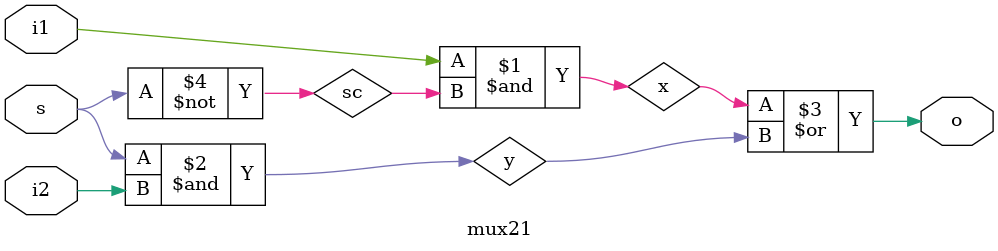
<source format=v>
module mux21(output o, input i1,i2,s);
  wire sc,x,y;
  not(sc,s);
  and(x,i1,sc);
  and(y,s,i2);
  or(o,x,y);
endmodule

</source>
